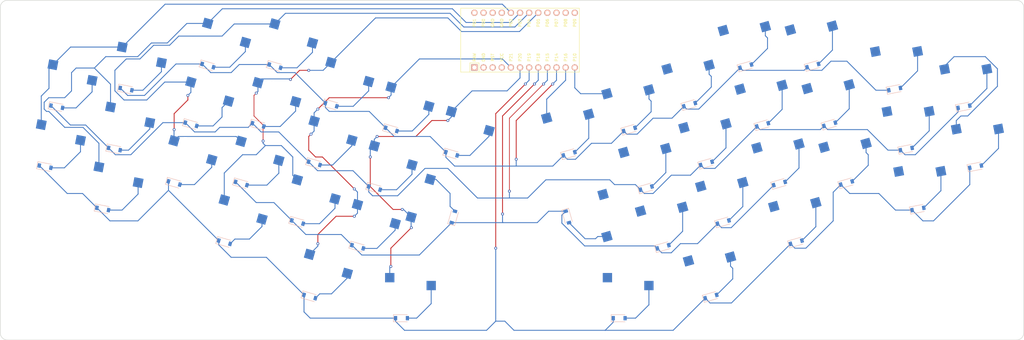
<source format=kicad_pcb>
(kicad_pcb (version 20211014) (generator pcbnew)
  (title_block (title "green60") (rev "v1.0.0") (company "Unknown"))
  (layers (0 "F.Cu" signal) (31 "B.Cu" signal) (34 "B.Paste" user) (35 "F.Paste" user) (36 "B.SilkS" user "B.Silkscreen") (37 "F.SilkS" user "F.Silkscreen") (38 "B.Mask" user) (39 "F.Mask" user) (44 "Edge.Cuts" user))
  (net 0 "")
  (net 1 "P2")
  (net 2 "P19")
  (net 3 "S1_D")
  (net 4 "P15")
  (net 5 "S2_D")
  (net 6 "P3")
  (net 7 "S3_D")
  (net 8 "S4_D")
  (net 9 "P14")
  (net 10 "S5_D")
  (net 11 "P4")
  (net 12 "S6_D")
  (net 13 "S7_D")
  (net 14 "S8_D")
  (net 15 "P5")
  (net 16 "S9_D")
  (net 17 "P18")
  (net 18 "S10_D")
  (net 19 "S11_D")
  (net 20 "S12_D")
  (net 21 "S13_D")
  (net 22 "P21")
  (net 23 "S14_D")
  (net 24 "S15_D")
  (net 25 "S16_D")
  (net 26 "P20")
  (net 27 "S17_D")
  (net 28 "S18_D")
  (net 29 "S19_D")
  (net 30 "S20_D")
  (net 31 "S21_D")
  (net 32 "S22_D")
  (net 33 "P10")
  (net 34 "S23_D")
  (net 35 "S24_D")
  (net 36 "P8")
  (net 37 "S25_D")
  (net 38 "S26_D")
  (net 39 "P9")
  (net 40 "S27_D")
  (net 41 "P7")
  (net 42 "S28_D")
  (net 43 "S29_D")
  (net 44 "S30_D")
  (net 45 "P6")
  (net 46 "S31_D")
  (net 47 "S32_D")
  (net 48 "S33_D")
  (net 49 "S34_D")
  (net 50 "S35_D")
  (net 51 "S36_D")
  (net 52 "S37_D")
  (net 53 "S38_D")
  (net 54 "P16")
  (net 55 "S39_D")
  (net 56 "S40_D")
  (net 57 "S41_D")
  (net 58 "S42_D")
  (net 59 "S43_D")
  (net 60 "S44_D")
  (net 61 "RAW")
  (net 62 "GND")
  (net 63 "RST")
  (net 64 "VCC")
  (net 65 "P1")
  (net 66 "P0")
  (footprint "PG1350" (layer "F.Cu") (at 55.073033 4.802668 -16)
    (fp_text reference "S10" hide)
    (fp_text value "" hide)
  )
  (footprint "PG1350" (layer "F.Cu") (at 215.986908 -11.693945 16)
    (fp_text reference "S29" hide)
    (fp_text value "" hide)
  )
  (footprint "PG1350" (layer "F.Cu") (at 241.017466 11.778393 11)
    (fp_text reference "S25" hide)
    (fp_text value "" hide)
  )
  (footprint "PG1350" (layer "F.Cu") (at 16.047413 11.778393 -11)
    (fp_text reference "S3" hide)
    (fp_text value "" hide)
  )
  (footprint "PG1350" (layer "F.Cu") (at 182.928714 36.276419 16)
    (fp_text reference "S43" hide)
    (fp_text value "" hide)
  )
  (footprint "ProMicro" (layer "F.Cu") (at 132.5 -30)
    (fp_text reference "MCU1" hide)
    (fp_text value "" hide)
  )
  (footprint "PG1350" (layer "F.Cu") (at 181.657124 -0.809738 16)
    (fp_text reference "S36" hide)
    (fp_text value "" hide)
  )
  (footprint "PG1350" (layer "F.Cu") (at 176.971289 -17.151187 16)
    (fp_text reference "S37" hide)
    (fp_text value "" hide)
  )
  (footprint "PG1350" (layer "F.Cu") (at 197.306011 -11.538781 16)
    (fp_text reference "S33" hide)
    (fp_text value "" hide)
  )
  (footprint "PG1350" (layer "F.Cu") (at 41.077971 -11.693945 -16)
    (fp_text reference "S7" hide)
    (fp_text value "" hide)
  )
  (footprint "PG1350" (layer "F.Cu") (at 70.72192 15.531711 -16)
    (fp_text reference "S13" hide)
    (fp_text value "" hide)
  )
  (footprint "PG1350" (layer "F.Cu") (at 50.387198 21.144117 -16)
    (fp_text reference "S9" hide)
    (fp_text value "" hide)
  )
  (footprint "PG1350" (layer "F.Cu") (at 92.15919 6.074258 -16)
    (fp_text reference "S17" hide)
    (fp_text value "" hide)
  )
  (footprint "PG1350" (layer "F.Cu") (at 0 0 -11)
    (fp_text reference "S1" hide)
    (fp_text value "" hide)
  )
  (footprint "PG1350" (layer "F.Cu") (at 143.440854 -3.479321 16)
    (fp_text reference "S42" hide)
    (fp_text value "" hide)
  )
  (footprint "PG1350" (layer "F.Cu") (at 211.301073 -28.035393 16)
    (fp_text reference "S30" hide)
    (fp_text value "" hide)
  )
  (footprint "PG1350" (layer "F.Cu") (at 98.223738 42.086036)
    (fp_text reference "S22" hide)
    (fp_text value "" hide)
  )
  (footprint "PG1350" (layer "F.Cu") (at 234.52996 -21.596931 11)
    (fp_text reference "S27" hide)
    (fp_text value "" hide)
  )
  (footprint "PG1350" (layer "F.Cu") (at 257.064879 0 11)
    (fp_text reference "S23" hide)
    (fp_text value "" hide)
  )
  (footprint "PG1350" (layer "F.Cu") (at 158.841141 42.086036)
    (fp_text reference "S44" hide)
    (fp_text value "" hide)
  )
  (footprint "PG1350" (layer "F.Cu") (at 237.773713 -4.909269 11)
    (fp_text reference "S26" hide)
    (fp_text value "" hide)
  )
  (footprint "PG1350" (layer "F.Cu") (at 149.53244 17.764562 -74)
    (fp_text reference "S41" hide)
    (fp_text value "" hide)
  )
  (footprint "PG1350" (layer "F.Cu") (at 253.821126 -16.687662 11)
    (fp_text reference "S24" hide)
    (fp_text value "" hide)
  )
  (footprint "PG1350" (layer "F.Cu") (at 107.53244 17.764562 74)
    (fp_text reference "S19" hide)
    (fp_text value "" hide)
  )
  (footprint "PG1350" (layer "F.Cu") (at 164.905689 6.074258 16)
    (fp_text reference "S39" hide)
    (fp_text value "" hide)
  )
  (footprint "PG1350" (layer "F.Cu") (at 206.677681 21.144117 16)
    (fp_text reference "S31" hide)
    (fp_text value "" hide)
  )
  (footprint "PG1350" (layer "F.Cu") (at 74.136165 36.276419 -16)
    (fp_text reference "S21" hide)
    (fp_text value "" hide)
  )
  (footprint "PG1350" (layer "F.Cu") (at 87.473355 22.415707 -16)
    (fp_text reference "S16" hide)
    (fp_text value "" hide)
  )
  (footprint "PG1350" (layer "F.Cu") (at 113.624025 -3.479321 -16)
    (fp_text reference "S20" hide)
    (fp_text value "" hide)
  )
  (footprint "PG1350" (layer "F.Cu") (at 201.991846 4.802668 16)
    (fp_text reference "S32" hide)
    (fp_text value "" hide)
  )
  (footprint "PG1350" (layer "F.Cu") (at 59.758868 -11.538781 -16)
    (fp_text reference "S11" hide)
    (fp_text value "" hide)
  )
  (footprint "PG1350" (layer "F.Cu") (at 75.407755 -0.809738 -16)
    (fp_text reference "S14" hide)
    (fp_text value "" hide)
  )
  (footprint "PG1350" (layer "F.Cu") (at 96.845026 -10.267191 -16)
    (fp_text reference "S18" hide)
    (fp_text value "" hide)
  )
  (footprint "PG1350" (layer "F.Cu") (at 192.620176 -27.880229 16)
    (fp_text reference "S34" hide)
    (fp_text value "" hide)
  )
  (footprint "PG1350" (layer "F.Cu") (at 160.219854 -10.267191 16)
    (fp_text reference "S40" hide)
    (fp_text value "" hide)
  )
  (footprint "PG1350" (layer "F.Cu") (at 169.591524 22.415707 16)
    (fp_text reference "S38" hide)
    (fp_text value "" hide)
  )
  (footprint "PG1350" (layer "F.Cu") (at 80.09359 -17.151187 -16)
    (fp_text reference "S15" hide)
    (fp_text value "" hide)
  )
  (footprint "PG1350" (layer "F.Cu") (at 22.534919 -21.596931 -11)
    (fp_text reference "S5" hide)
    (fp_text value "" hide)
  )
  (footprint "PG1350" (layer "F.Cu") (at 186.342959 15.531711 16)
    (fp_text reference "S35" hide)
    (fp_text value "" hide)
  )
  (footprint "PG1350" (layer "F.Cu") (at 36.392136 4.647504 -16)
    (fp_text reference "S6" hide)
    (fp_text value "" hide)
  )
  (footprint "PG1350" (layer "F.Cu") (at 45.763806 -28.035393 -16)
    (fp_text reference "S8" hide)
    (fp_text value "" hide)
  )
  (footprint "PG1350" (layer "F.Cu") (at 64.444703 -27.880229 -16)
    (fp_text reference "S12" hide)
    (fp_text value "" hide)
  )
  (footprint "PG1350" (layer "F.Cu") (at 19.291166 -4.909269 -11)
    (fp_text reference "S4" hide)
    (fp_text value "" hide)
  )
  (footprint "PG1350" (layer "F.Cu") (at 3.243753 -16.687662 -11)
    (fp_text reference "S2" hide)
    (fp_text value "" hide)
  )
  (footprint "PG1350" (layer "F.Cu") (at 220.672743 4.647504 16)
    (fp_text reference "S28" hide)
    (fp_text value "" hide)
  )
  (gr_line (start -11.5 53.5) (end 269.5 53.5) (layer "Edge.Cuts") (width 0.15))
  (gr_line (start -13.5 -39.1) (end -13.5 51.5) (layer "Edge.Cuts") (width 0.15))
  (gr_arc (start -11.5 53.5) (mid -12.914214 52.914214) (end -13.5 51.5) (layer "Edge.Cuts") (width 0.15))
  (gr_arc (start -13.5 -39.1) (mid -12.914214 -40.514214) (end -11.5 -41.1) (layer "Edge.Cuts") (width 0.15))
  (gr_line (start 269.5 -41.1) (end -11.5 -41.1) (layer "Edge.Cuts") (width 0.15))
  (gr_line (start 271.5 51.5) (end 271.5 -39.1) (layer "Edge.Cuts") (width 0.15))
  (gr_arc (start 271.5 51.5) (mid 270.914214 52.914214) (end 269.5 53.5) (layer "Edge.Cuts") (width 0.15))
  (gr_arc (start 269.5 -41.1) (mid 270.914214 -40.514214) (end 271.5 -39.1) (layer "Edge.Cuts") (width 0.15))
  (segment (start 0.06176 -22.050766) (end 0.06176 -16.57176) (width 0.25) (layer "B.Cu") (net 1))
  (segment (start 6.073506 -28.062512) (end 20.455403 -28.062512) (width 0.25) (layer "B.Cu") (net 1))
  (segment (start 126.305 -40.005) (end 128.69 -37.62) (width 0.25) (layer "B.Cu") (net 1))
  (segment (start 20.455403 -28.062512) (end 32.397891 -40.005) (width 0.25) (layer "B.Cu") (net 1))
  (segment (start -2.079516 -14.430484) (end -2.079516 -6.465581) (width 0.25) (layer "B.Cu") (net 1))
  (segment (start 1.164237 -23.153243) (end 0.06176 -22.050766) (width 0.25) (layer "B.Cu") (net 1))
  (segment (start 1.164237 -23.153243) (end 6.073506 -28.062512) (width 0.25) (layer "B.Cu") (net 1))
  (segment (start 0.06176 -16.57176) (end -2.079516 -14.430484) (width 0.25) (layer "B.Cu") (net 1))
  (segment (start 32.397891 -40.005) (end 126.305 -40.005) (width 0.25) (layer "B.Cu") (net 1))
  (segment (start 132.715 -17.78) (end 124.46 -9.525) (width 0.25) (layer "F.Cu") (net 2))
  (segment (start 124.46 -9.525) (end 124.46 27.94) (width 0.25) (layer "F.Cu") (net 2))
  (via (at 124.46 27.94) (size 0.8) (drill 0.4) (layers "F.Cu" "B.Cu") (net 2))
  (via (at 132.715 -17.78) (size 0.8) (drill 0.4) (layers "F.Cu" "B.Cu") (net 2))
  (segment (start 206.561849 26.726289) (end 207.77556 27.94) (width 0.25) (layer "B.Cu") (net 2))
  (segment (start 24.837428 20.32) (end 17.030395 20.32) (width 0.25) (layer "B.Cu") (net 2))
  (segment (start 133.77 -22.38) (end 133.77 -18.835) (width 0.25) (layer "B.Cu") (net 2))
  (segment (start 5.141375 12.7) (end -2.63746 4.921165) (width 0.25) (layer "B.Cu") (net 2))
  (segment (start 243.406329 20.32) (end 246.38 20.32) (width 0.25) (layer "B.Cu") (net 2))
  (segment (start 207.77556 27.94) (end 210.82 27.94) (width 0.25) (layer "B.Cu") (net 2))
  (segment (start 157.191141 48.548859) (end 157.191141 47.420036) (width 0.25) (layer "B.Cu") (net 2))
  (segment (start 99.06 50.8) (end 121.92 50.8) (width 0.25) (layer "B.Cu") (net 2))
  (segment (start 184.134291 43.18) (end 190.108138 43.18) (width 0.25) (layer "B.Cu") (net 2))
  (segment (start 190.108138 43.18) (end 206.561849 26.726289) (width 0.25) (layer "B.Cu") (net 2))
  (segment (start 129.54 50.8) (end 154.94 50.8) (width 0.25) (layer "B.Cu") (net 2))
  (segment (start 60.610847 30.48) (end 50.8 30.48) (width 0.25) (layer "B.Cu") (net 2))
  (segment (start 121.92 50.8) (end 124.46 48.26) (width 0.25) (layer "B.Cu") (net 2))
  (segment (start 71.079834 45.679834) (end 71.079834 40.948987) (width 0.25) (layer "B.Cu") (net 2))
  (segment (start 173.871473 50.8) (end 182.812882 41.858591) (width 0.25) (layer "B.Cu") (net 2))
  (segment (start 71.079834 40.948987) (end 60.610847 30.48) (width 0.25) (layer "B.Cu") (net 2))
  (segment (start 246.38 20.32) (end 256.462969 10.237031) (width 0.25) (layer "B.Cu") (net 2))
  (segment (start 218.44 20.32) (end 218.44 12.346587) (width 0.25) (layer "B.Cu") (net 2))
  (segment (start 96.573738 47.420036) (end 96.573738 48.313738) (width 0.25) (layer "B.Cu") (net 2))
  (segment (start 50.8 30.48) (end 47.330867 27.010867) (width 0.25) (layer "B.Cu") (net 2))
  (segment (start 223.027235 12.7) (end 231.14 12.7) (width 0.25) (layer "B.Cu") (net 2))
  (segment (start 72.820036 47.420036) (end 71.079834 45.679834) (width 0.25) (layer "B.Cu") (net 2))
  (segment (start 154.94 50.8) (end 173.871473 50.8) (width 0.25) (layer "B.Cu") (net 2))
  (segment (start 33.335805 11.821623) (end 24.837428 20.32) (width 0.25) (layer "B.Cu") (net 2))
  (segment (start 33.335805 11.821623) (end 33.335805 9.320072) (width 0.25) (layer "B.Cu") (net 2))
  (segment (start 240.415556 17.329227) (end 243.406329 20.32) (width 0.25) (layer "B.Cu") (net 2))
  (segment (start 13.409953 16.699558) (end 9.410395 12.7) (width 0.25) (layer "B.Cu") (net 2))
  (segment (start 17.030395 20.32) (end 13.409953 16.699558) (width 0.25) (layer "B.Cu") (net 2))
  (segment (start 47.330867 27.010867) (end 47.330867 25.816685) (width 0.25) (layer "B.Cu") (net 2))
  (segment (start 124.46 48.26) (end 127 48.26) (width 0.25) (layer "B.Cu") (net 2))
  (segment (start 231.14 12.7) (end 235.769227 17.329227) (width 0.25) (layer "B.Cu") (net 2))
  (segment (start 235.769227 17.329227) (end 240.415556 17.329227) (width 0.25) (layer "B.Cu") (net 2))
  (segment (start 47.330867 25.816685) (end 33.335805 11.821623) (width 0.25) (layer "B.Cu") (net 2))
  (segment (start 9.410395 12.7) (end 5.141375 12.7) (width 0.25) (layer "B.Cu") (net 2))
  (segment (start 96.573738 47.420036) (end 72.820036 47.420036) (width 0.25) (layer "B.Cu") (net 2))
  (segment (start 182.812882 41.858591) (end 184.134291 43.18) (width 0.25) (layer "B.Cu") (net 2))
  (segment (start 124.46 27.94) (end 124.46 48.26) (width 0.25) (layer "B.Cu") (net 2))
  (segment (start 96.573738 48.313738) (end 99.06 50.8) (width 0.25) (layer "B.Cu") (net 2))
  (segment (start 133.77 -18.835) (end 132.715 -17.78) (width 0.25) (layer "B.Cu") (net 2))
  (segment (start 127 48.26) (end 129.54 50.8) (width 0.25) (layer "B.Cu") (net 2))
  (segment (start 220.556911 10.229676) (end 223.027235 12.7) (width 0.25) (layer "B.Cu") (net 2))
  (segment (start 218.44 12.346587) (end 220.556911 10.229676) (width 0.25) (layer "B.Cu") (net 2))
  (segment (start 256.462969 10.237031) (end 256.462969 5.550834) (width 0.25) (layer "B.Cu") (net 2))
  (segment (start 210.82 27.94) (end 218.44 20.32) (width 0.25) (layer "B.Cu") (net 2))
  (segment (start 154.94 50.8) (end 157.191141 48.548859) (width 0.25) (layer "B.Cu") (net 2))
  (segment (start 8.838499 1.077271) (end 4.364936 5.550834) (width 0.25) (layer "B.Cu") (net 3))
  (segment (start 4.364936 5.550834) (end 0.60191 5.550834) (width 0.25) (layer "B.Cu") (net 3))
  (segment (start 8.838499 -2.102158) (end 8.838499 1.077271) (width 0.25) (layer "B.Cu") (net 3))
  (segment (start 128.27 -8.255) (end 128.27 12.065) (width 0.2) (layer "F.Cu") (net 4))
  (segment (start 137.795 -17.78) (end 128.27 -8.255) (width 0.2) (layer "F.Cu") (net 4))
  (via (at 137.795 -17.78) (size 0.8) (drill 0.4) (layers "F.Cu" "B.Cu") (net 4))
  (via (at 128.27 12.065) (size 0.8) (drill 0.4) (layers "F.Cu" "B.Cu") (net 4))
  (segment (start 22.86 1.905) (end 31.786377 -7.021377) (width 0.25) (layer "B.Cu") (net 4))
  (segment (start 128.27 13.97) (end 119.38 13.97) (width 0.25) (layer "B.Cu") (net 4))
  (segment (start 59.12375 -4.445) (end 64.043594 -4.445) (width 0.25) (layer "B.Cu") (net 4))
  (segment (start 197.190179 -5.956609) (end 185.51857 5.715) (width 0.25) (layer "B.Cu") (net 4))
  (segment (start 6.02279 -6.35) (end 10.29181 -6.35) (width 0.25) (layer "B.Cu") (net 4))
  (segment (start 216.902849 -5.08) (end 215.871076 -6.111773) (width 0.25) (layer "B.Cu") (net 4))
  (segment (start 227.965 -5.08) (end 216.902849 -5.08) (width 0.25) (layer "B.Cu") (net 4))
  (segment (start 46.355 -4.445) (end 47.625 -5.715) (width 0.25) (layer "B.Cu") (net 4))
  (segment (start 233.686565 0.641565) (end 227.965 -5.08) (width 0.25) (layer "B.Cu") (net 4))
  (segment (start 64.043594 -4.445) (end 72.351424 3.86283) (width 0.25) (layer "B.Cu") (net 4))
  (segment (start 90.17 13.335) (end 89.102859 12.267859) (width 0.25) (layer "B.Cu") (net 4))
  (segment (start 163.36958 10.236153) (end 157.556153 10.236153) (width 0.25) (layer "B.Cu") (net 4))
  (segment (start 133.35 13.97) (end 128.27 13.97) (width 0.25) (layer "B.Cu") (net 4))
  (segment (start 164.789857 11.65643) (end 163.36958 10.236153) (width 0.25) (layer "B.Cu") (net 4))
  (segment (start 165.833427 12.7) (end 168.275 12.7) (width 0.25) (layer "B.Cu") (net 4))
  (segment (start 74.838594 6.35) (end 84.706033 6.35) (width 0.25) (layer "B.Cu") (net 4))
  (segment (start 119.38 13.97) (end 111.125 5.715) (width 0.25) (layer "B.Cu") (net 4))
  (segment (start 47.625 -5.715) (end 55.551324 -5.715) (width 0.25) (layer "B.Cu") (net 4))
  (segment (start 56.702537 -6.866213) (end 59.12375 -4.445) (width 0.25) (layer "B.Cu") (net 4))
  (segment (start 0.606293 -11.766497) (end 6.02279 -6.35) (width 0.25) (layer "B.Cu") (net 4))
  (segment (start 97.155 13.335) (end 90.17 13.335) (width 0.25) (layer "B.Cu") (net 4))
  (segment (start 40.598017 -4.445) (end 46.355 -4.445) (width 0.25) (layer "B.Cu") (net 4))
  (segment (start 238.435238 1.905) (end 237.171803 0.641565) (width 0.25) (layer "B.Cu") (net 4))
  (segment (start 89.102859 12.267859) (end 89.102859 10.746826) (width 0.25) (layer "B.Cu") (net 4))
  (segment (start 55.551324 -5.715) (end 56.702537 -6.866213) (width 0.25) (layer "B.Cu") (net 4))
  (segment (start 164.789857 11.65643) (end 165.833427 12.7) (width 0.25) (layer "B.Cu") (net 4))
  (segment (start 157.556153 10.236153) (end 156.21 8.89) (width 0.25) (layer "B.Cu") (net 4))
  (segment (start 214.839303 -5.08) (end 215.871076 -6.111773) (width 0.25) (layer "B.Cu") (net 4))
  (segment (start 84.706033 6.35) (end 89.102859 10.746826) (width 0.25) (layer "B.Cu") (net 4))
  (segment (start 253.219216 -11.136828) (end 253.219216 -10.014216) (width 0.25) (layer "B.Cu") (net 4))
  (segment (start 138.43 8.89) (end 133.35 13.97) (width 0.25) (layer "B.Cu") (net 4))
  (segment (start 31.786377 -7.021377) (end 38.02164 -7.021377) (width 0.25) (layer "B.Cu") (net 4))
  (segment (start 241.3 1.905) (end 238.435238 1.905) (width 0.25) (layer "B.Cu") (net 4))
  (segment (start 16.653706 0.011896) (end 18.54681 1.905) (width 0.25) (layer "B.Cu") (net 4))
  (segment (start 168.275 12.7) (end 173.355 7.62) (width 0.25) (layer "B.Cu") (net 4))
  (segment (start 237.171803 0.641565) (end 233.686565 0.641565) (width 0.25) (layer "B.Cu") (net 4))
  (segment (start 38.02164 -7.021377) (end 40.598017 -4.445) (width 0.25) (layer "B.Cu") (net 4))
  (segment (start 111.125 5.715) (end 104.775 5.715) (width 0.25) (layer "B.Cu") (net 4))
  (segment (start 10.29181 -6.35) (end 16.653706 0.011896) (width 0.25) (layer "B.Cu") (net 4))
  (segment (start 128.27 12.065) (end 128.27 13.97) (width 0.25) (layer "B.Cu") (net 4))
  (segment (start 156.21 8.89) (end 138.43 8.89) (width 0.25) (layer "B.Cu") (net 4))
  (segment (start 72.351424 3.86283) (end 74.838594 6.35) (width 0.25) (layer "B.Cu") (net 4))
  (segment (start 185.51857 5.715) (end 182.483858 5.715) (width 0.25) (layer "B.Cu") (net 4))
  (segment (start 197.190179 -5.956609) (end 198.066788 -5.08) (width 0.25) (layer "B.Cu") (net 4))
  (segment (start 138.85 -18.835) (end 138.85 -22.38) (width 0.25) (layer "B.Cu") (net 4))
  (segment (start 137.795 -17.78) (end 138.85 -18.835) (width 0.25) (layer "B.Cu") (net 4))
  (segment (start 178.693726 7.62) (end 181.541292 4.772434) (width 0.25) (layer "B.Cu") (net 4))
  (segment (start 104.775 5.715) (end 97.155 13.335) (width 0.25) (layer "B.Cu") (net 4))
  (segment (start 182.483858 5.715) (end 181.541292 4.772434) (width 0.25) (layer "B.Cu") (net 4))
  (segment (start 18.54681 1.905) (end 22.86 1.905) (width 0.25) (layer "B.Cu") (net 4))
  (segment (start 173.355 7.62) (end 178.693726 7.62) (width 0.25) (layer "B.Cu") (net 4))
  (segment (start 198.066788 -5.08) (end 214.839303 -5.08) (width 0.25) (layer "B.Cu") (net 4))
  (segment (start 253.219216 -10.014216) (end 241.3 1.905) (width 0.25) (layer "B.Cu") (net 4))
  (segment (start 12.082252 -15.610391) (end 12.082252 -18.78982) (width 0.25) (layer "B.Cu") (net 5))
  (segment (start 7.608689 -11.136828) (end 12.082252 -15.610391) (width 0.25) (layer "B.Cu") (net 5))
  (segment (start 3.845663 -11.136828) (end 7.608689 -11.136828) (width 0.25) (layer "B.Cu") (net 5))
  (segment (start 7.62 -22.225) (end 12.7 -22.225) (width 0.25) (layer "B.Cu") (net 6))
  (segment (start 4.445 -5.715) (end 0 -10.16) (width 0.25) (layer "B.Cu") (net 6))
  (segment (start 48.333104 -38.735) (end 112.395 -38.735) (width 0.25) (layer "B.Cu") (net 6))
  (segment (start 6.35 -15.875) (end 6.35 -20.955) (width 0.25) (layer "B.Cu") (net 6))
  (segment (start 12.7 -22.225) (end 15.875 -25.4) (width 0.25) (layer "B.Cu") (net 6))
  (segment (start 112.395 -38.735) (end 116.205 -34.925) (width 0.25) (layer "B.Cu") (net 6))
  (segment (start 9.525 -5.715) (end 4.445 -5.715) (width 0.25) (layer "B.Cu") (net 6))
  (segment (start 0 -10.16) (end -0.635 -10.16) (width 0.25) (layer "B.Cu") (net 6))
  (segment (start 33.02 -29.21) (end 38.467612 -34.657612) (width 0.25) (layer "B.Cu") (net 6))
  (segment (start 17.21165 -17.71335) (end 17.21165 -11.37485) (width 0.25) (layer "B.Cu") (net 6))
  (segment (start 6.35 -20.955) (end 7.62 -22.225) (width 0.25) (layer "B.Cu") (net 6))
  (segment (start 13.967897 -1.272103) (end 9.525 -5.715) (width 0.25) (layer "B.Cu") (net 6))
  (segment (start 44.255716 -34.657612) (end 48.333104 -38.735) (width 0.25) (layer "B.Cu") (net 6))
  (segment (start -0.635 -10.16) (end -1.27 -10.795) (width 0.25) (layer "B.Cu") (net 6))
  (segment (start 13.967897 5.312812) (end 13.967897 -1.272103) (width 0.25) (layer "B.Cu") (net 6))
  (segment (start -1.27 -10.795) (end -1.27 -12.7) (width 0.25) (layer "B.Cu") (net 6))
  (segment (start 12.7 -22.225) (end 17.21165 -17.71335) (width 0.25) (layer "B.Cu") (net 6))
  (segment (start 0 -13.97) (end 4.445 -13.97) (width 0.25) (layer "B.Cu") (net 6))
  (segment (start 38.467612 -34.657612) (end 44.255716 -34.657612) (width 0.25) (layer "B.Cu") (net 6))
  (segment (start 28.575 -29.21) (end 33.02 -29.21) (width 0.25) (layer "B.Cu") (net 6))
  (segment (start 15.875 -25.4) (end 24.765 -25.4) (width 0.25) (layer "B.Cu") (net 6))
  (segment (start -1.27 -12.7) (end 0 -13.97) (width 0.25) (layer "B.Cu") (net 6))
  (segment (start 4.445 -13.97) (end 6.35 -15.875) (width 0.25) (layer "B.Cu") (net 6))
  (segment (start 128.535 -34.925) (end 131.23 -37.62) (width 0.25) (layer "B.Cu") (net 6))
  (segment (start 24.765 -25.4) (end 28.575 -29.21) (width 0.25) (layer "B.Cu") (net 6))
  (segment (start 116.205 -34.925) (end 128.535 -34.925) (width 0.25) (layer "B.Cu") (net 6))
  (segment (start 24.885912 9.676235) (end 24.885912 12.855664) (width 0.25) (layer "B.Cu") (net 7))
  (segment (start 20.412349 17.329227) (end 16.649323 17.329227) (width 0.25) (layer "B.Cu") (net 7))
  (segment (start 24.885912 12.855664) (end 20.412349 17.329227) (width 0.25) (layer "B.Cu") (net 7))
  (segment (start 22.218435 0.641565) (end 19.893076 0.641565) (width 0.25) (layer "B.Cu") (net 8))
  (segment (start 28.129665 -7.011427) (end 28.129665 -5.269665) (width 0.25) (layer "B.Cu") (net 8))
  (segment (start 28.129665 -5.269665) (end 22.218435 0.641565) (width 0.25) (layer "B.Cu") (net 8))
  (segment (start 130.175 3.175) (end 130.175 -7.62) (width 0.25) (layer "F.Cu") (net 9))
  (segment (start 130.175 -7.62) (end 140.335 -17.78) (width 0.25) (layer "F.Cu") (net 9))
  (via (at 130.175 3.175) (size 0.8) (drill 0.4) (layers "F.Cu" "B.Cu") (net 9))
  (via (at 140.335 -17.78) (size 0.8) (drill 0.4) (layers "F.Cu" "B.Cu") (net 9))
  (segment (start 140.347873 5.08) (end 143.325022 2.102851) (width 0.25) (layer "B.Cu") (net 9))
  (segment (start 78.105 -10.16) (end 89.223318 -10.16) (width 0.25) (layer "B.Cu") (net 9))
  (segment (start 156.689003 -1.27) (end 160.104022 -4.685019) (width 0.25) (layer "B.Cu") (net 9))
  (segment (start 110.567694 1.193247) (end 110.567694 2.617694) (width 0.25) (layer "B.Cu") (net 9))
  (segment (start 113.03 5.08) (end 130.175 5.08) (width 0.25) (layer "B.Cu") (net 9))
  (segment (start 21.968225 -14.605) (end 26.67 -14.605) (width 0.25) (layer "B.Cu") (net 9))
  (segment (start 181.001287 -10.795) (end 192.504344 -22.298057) (width 0.25) (layer "B.Cu") (net 9))
  (segment (start 89.223318 -10.16) (end 93.788695 -5.594623) (width 0.25) (layer "B.Cu") (net 9))
  (segment (start 26.67 -14.605) (end 35.427825 -23.362825) (width 0.25) (layer "B.Cu") (net 9))
  (segment (start 53.052661 -23.207661) (end 61.388372 -23.207661) (width 0.25) (layer "B.Cu") (net 9))
  (segment (start 130.175 5.08) (end 140.347873 5.08) (width 0.25) (layer "B.Cu") (net 9))
  (segment (start 160.979041 -3.81) (end 163.83 -3.81) (width 0.25) (layer "B.Cu") (net 9))
  (segment (start 96.208318 -3.175) (end 106.199447 -3.175) (width 0.25) (layer "B.Cu") (net 9))
  (segment (start 176.855457 -11.569015) (end 177.629472 -10.795) (width 0.25) (layer "B.Cu") (net 9))
  (segment (start 68.58 -20.935878) (end 77.037259 -12.478619) (width 0.25) (layer "B.Cu") (net 9))
  (segment (start 212.048462 -21.59) (end 215.265 -21.59) (width 0.25) (layer "B.Cu") (net 9))
  (segment (start 77.037259 -11.227741) (end 78.105 -10.16) (width 0.25) (layer "B.Cu") (net 9))
  (segment (start 230.333903 -16.046097) (end 233.92805 -16.046097) (width 0.25) (layer "B.Cu") (net 9))
  (segment (start 193.212401 -21.59) (end 210.32202 -21.59) (width 0.25) (layer "B.Cu") (net 9))
  (segment (start 141.39 -18.835) (end 140.335 -17.78) (width 0.25) (layer "B.Cu") (net 9))
  (segment (start 146.685 3.175) (end 151.13 -1.27) (width 0.25) (layer "B.Cu") (net 9))
  (segment (start 143.325022 2.102851) (end 144.397171 3.175) (width 0.25) (layer "B.Cu") (net 9))
  (segment (start 93.788695 -5.594623) (end 96.208318 -3.175) (width 0.25) (layer "B.Cu") (net 9))
  (segment (start 77.037259 -12.478619) (end 77.037259 -11.227741) (width 0.25) (layer "B.Cu") (net 9))
  (segment (start 163.83 -3.81) (end 168.275 -8.255) (width 0.25) (layer "B.Cu") (net 9))
  (segment (start 177.629472 -10.795) (end 181.001287 -10.795) (width 0.25) (layer "B.Cu") (net 9))
  (segment (start 141.39 -22.38) (end 141.39 -18.835) (width 0.25) (layer "B.Cu") (net 9))
  (segment (start 35.427825 -23.362825) (end 42.707475 -23.362825) (width 0.25) (layer "B.Cu") (net 9))
  (segment (start 42.707475 -23.362825) (end 45.085 -20.9853) (width 0.25) (layer "B.Cu") (net 9))
  (segment (start 45.085 -20.9853) (end 45.085 -20.955) (width 0.25) (layer "B.Cu") (net 9))
  (segment (start 110.567694 2.617694) (end 113.03 5.08) (width 0.25) (layer "B.Cu") (net 9))
  (segment (start 45.085 -20.955) (end 50.8 -20.955) (width 0.25) (layer "B.Cu") (net 9))
  (segment (start 160.104022 -4.685019) (end 160.979041 -3.81) (width 0.25) (layer "B.Cu") (net 9))
  (segment (start 222.25 -24.13) (end 230.333903 -16.046097) (width 0.25) (layer "B.Cu") (net 9))
  (segment (start 130.175 3.175) (end 130.175 5.08) (width 0.25) (layer "B.Cu") (net 9))
  (segment (start 68.58 -20.955) (end 68.58 -20.935878) (width 0.25) (layer "B.Cu") (net 9))
  (segment (start 50.8 -20.955) (end 53.052661 -23.207661) (width 0.25) (layer "B.Cu") (net 9))
  (segment (start 106.199447 -3.175) (end 110.567694 1.193247) (width 0.25) (layer "B.Cu") (net 9))
  (segment (start 61.388372 -23.207661) (end 63.641033 -20.955) (width 0.25) (layer "B.Cu") (net 9))
  (segment (start 144.397171 3.175) (end 146.685 3.175) (width 0.25) (layer "B.Cu") (net 9))
  (segment (start 215.265 -21.59) (end 217.805 -24.13) (width 0.25) (layer "B.Cu") (net 9))
  (segment (start 168.275 -8.255) (end 173.541442 -8.255) (width 0.25) (layer "B.Cu") (net 9))
  (segment (start 210.32202 -21.59) (end 211.185241 -22.453221) (width 0.25) (layer "B.Cu") (net 9))
  (segment (start 63.641033 -20.955) (end 68.58 -20.955) (width 0.25) (layer "B.Cu") (net 9))
  (segment (start 151.13 -1.27) (end 156.689003 -1.27) (width 0.25) (layer "B.Cu") (net 9))
  (segment (start 211.185241 -22.453221) (end 212.048462 -21.59) (width 0.25) (layer "B.Cu") (net 9))
  (segment (start 192.504344 -22.298057) (end 193.212401 -21.59) (width 0.25) (layer "B.Cu") (net 9))
  (segment (start 173.541442 -8.255) (end 176.855457 -11.569015) (width 0.25) (layer "B.Cu") (net 9))
  (segment (start 19.897459 -16.675766) (end 21.968225 -14.605) (width 0.25) (layer "B.Cu") (net 9))
  (segment (start 217.805 -24.13) (end 222.25 -24.13) (width 0.25) (layer "B.Cu") (net 9))
  (segment (start 31.373418 -23.699089) (end 31.373418 -21.213418) (width 0.25) (layer "B.Cu") (net 10))
  (segment (start 31.373418 -21.213418) (end 26.206097 -16.046097) (width 0.25) (layer "B.Cu") (net 10))
  (segment (start 26.206097 -16.046097) (end 23.136829 -16.046097) (width 0.25) (layer "B.Cu") (net 10))
  (segment (start 38.735 -13.335) (end 34.925 -9.525) (width 0.25) (layer "F.Cu") (net 11))
  (segment (start 38.735 -14.605) (end 38.735 -13.335) (width 0.25) (layer "F.Cu") (net 11))
  (segment (start 34.925 -9.525) (end 34.925 -5.08) (width 0.25) (layer "F.Cu") (net 11))
  (via (at 34.925 -5.08) (size 0.8) (drill 0.4) (layers "F.Cu" "B.Cu") (net 11))
  (via (at 38.735 -14.605) (size 0.8) (drill 0.4) (layers "F.Cu" "B.Cu") (net 11))
  (segment (start 18.415 -15.875) (end 18.415 -21.59) (width 0.25) (layer "B.Cu") (net 11))
  (segment (start 38.735 -14.605) (end 39.569881 -15.439881) (width 0.25) (layer "B.Cu") (net 11))
  (segment (start 52.209494 -3.175) (end 36.084331 -3.175) (width 0.25) (layer "B.Cu") (net 11))
  (segment (start 111.76 -37.465) (end 115.57 -33.655) (width 0.25) (layer "B.Cu") (net 11))
  (segment (start 51.647448 -34.502448) (end 62.936613 -34.502448) (width 0.25) (layer "B.Cu") (net 11))
  (segment (start 65.899165 -37.465) (end 111.76 -37.465) (width 0.25) (layer "B.Cu") (net 11))
  (segment (start 25.4 -24.765) (end 29.21 -28.575) (width 0.25) (layer "B.Cu") (net 11))
  (segment (start 39.569881 -18.316164) (end 32.286164 -18.316164) (width 0.25) (layer "B.Cu") (net 11))
  (segment (start 21.59 -24.765) (end 25.4 -24.765) (width 0.25) (layer "B.Cu") (net 11))
  (segment (start 33.655 -28.575) (end 36.195 -31.115) (width 0.25) (layer "B.Cu") (net 11))
  (segment (start 36.084331 -3.175) (end 34.884046 -1.974715) (width 0.25) (layer "B.Cu") (net 11))
  (segment (start 39.569881 -15.439881) (end 39.569881 -18.316164) (width 0.25) (layer "B.Cu") (net 11))
  (segment (start 34.884046 -5.039046) (end 34.925 -5.08) (width 0.25) (layer "B.Cu") (net 11))
  (segment (start 53.564943 -1.819551) (end 52.209494 -3.175) (width 0.25) (layer "B.Cu") (net 11))
  (segment (start 32.286164 -18.316164) (end 27.305 -13.335) (width 0.25) (layer "B.Cu") (net 11))
  (segment (start 115.57 -33.655) (end 129.805 -33.655) (width 0.25) (layer "B.Cu") (net 11))
  (segment (start 27.305 -13.335) (end 20.955 -13.335) (width 0.25) (layer "B.Cu") (net 11))
  (segment (start 20.955 -13.335) (end 18.415 -15.875) (width 0.25) (layer "B.Cu") (net 11))
  (segment (start 129.805 -33.655) (end 133.77 -37.62) (width 0.25) (layer "B.Cu") (net 11))
  (segment (start 18.415 -21.59) (end 21.59 -24.765) (width 0.25) (layer "B.Cu") (net 11))
  (segment (start 29.21 -28.575) (end 33.655 -28.575) (width 0.25) (layer "B.Cu") (net 11))
  (segment (start 36.195 -31.115) (end 48.26 -31.115) (width 0.25) (layer "B.Cu") (net 11))
  (segment (start 34.884046 -1.974715) (end 34.884046 -5.039046) (width 0.25) (layer "B.Cu") (net 11))
  (segment (start 48.26 -31.115) (end 51.647448 -34.502448) (width 0.25) (layer "B.Cu") (net 11))
  (segment (start 62.936613 -34.502448) (end 65.899165 -37.465) (width 0.25) (layer "B.Cu") (net 11))
  (segment (start 40.570324 10.229676) (end 45.380217 5.419783) (width 0.25) (layer "B.Cu") (net 12))
  (segment (start 36.507968 10.229676) (end 40.570324 10.229676) (width 0.25) (layer "B.Cu") (net 12))
  (segment (start 45.380217 5.419783) (end 45.380217 3.323672) (width 0.25) (layer "B.Cu") (net 12))
  (segment (start 45.766114 -6.111773) (end 48.26 -8.605659) (width 0.25) (layer "B.Cu") (net 13))
  (segment (start 48.26 -8.605659) (end 48.26 -11.211725) (width 0.25) (layer "B.Cu") (net 13))
  (segment (start 41.193803 -6.111773) (end 45.766114 -6.111773) (width 0.25) (layer "B.Cu") (net 13))
  (segment (start 48.26 -11.211725) (end 50.066052 -13.017777) (width 0.25) (layer "B.Cu") (net 13))
  (segment (start 50.393221 -22.453221) (end 45.879638 -22.453221) (width 0.25) (layer "B.Cu") (net 14))
  (segment (start 54.751887 -29.359225) (end 54.751887 -26.811887) (width 0.25) (layer "B.Cu") (net 14))
  (segment (start 54.751887 -26.811887) (end 50.393221 -22.453221) (width 0.25) (layer "B.Cu") (net 14))
  (segment (start 67.31 -19.05) (end 69.85 -21.59) (width 0.25) (layer "F.Cu") (net 15))
  (segment (start 69.85 -21.59) (end 72.39 -21.59) (width 0.25) (layer "F.Cu") (net 15))
  (segment (start 59.69 -1.905) (end 59.69 -6.35) (width 0.2) (layer "F.Cu") (net 15))
  (segment (start 59.69 -6.35) (end 57.15 -8.89) (width 0.2) (layer "F.Cu") (net 15))
  (segment (start 57.15 -8.89) (end 57.15 -14.605) (width 0.2) (layer "F.Cu") (net 15))
  (segment (start 57.15 -14.605) (end 57.785 -15.24) (width 0.2) (layer "F.Cu") (net 15))
  (via (at 72.39 -21.59) (size 0.8) (drill 0.4) (layers "F.Cu" "B.Cu") (net 15))
  (via (at 57.785 -15.24) (size 0.8) (drill 0.4) (layers "F.Cu" "B.Cu") (net 15))
  (via (at 67.31 -19.05) (size 0.8) (drill 0.4) (layers "F.Cu" "B.Cu") (net 15))
  (via (at 59.69 -1.905) (size 0.8) (drill 0.4) (layers "F.Cu" "B.Cu") (net 15))
  (segment (start 60.325 -0.635) (end 59.69 -1.27) (width 0.25) (layer "B.Cu") (net 15))
  (segment (start 48.879108 7.000892) (end 53.975 1.905) (width 0.25) (layer "B.Cu") (net 15))
  (segment (start 64.77 -0.635) (end 67.945 2.54) (width 0.25) (layer "B.Cu") (net 15))
  (segment (start 76.402094 -21.59) (end 78.5855 -23.773406) (width 0.25) (layer "B.Cu") (net 15))
  (segment (start 72.39 -21.59) (end 76.402094 -21.59) (width 0.25) (layer "B.Cu") (net 15))
  (segment (start 59.301794 -19.212016) (end 67.147984 -19.212016) (width 0.25) (layer "B.Cu") (net 15))
  (segment (start 78.5855 -23.773406) (end 91.007094 -36.195) (width 0.25) (layer "B.Cu") (net 15))
  (segment (start 67.945 2.54) (end 67.945 7.640662) (width 0.25) (layer "B.Cu") (net 15))
  (segment (start 131.075 -32.385) (end 136.31 -37.62) (width 0.25) (layer "B.Cu") (net 15))
  (segment (start 48.879108 14.521898) (end 48.879108 7.000892) (width 0.25) (layer "B.Cu") (net 15))
  (segment (start 58.250778 -15.705778) (end 57.785 -15.24) (width 0.25) (layer "B.Cu") (net 15))
  (segment (start 67.147984 -19.212016) (end 67.31 -19.05) (width 0.25) (layer "B.Cu") (net 15))
  (segment (start 114.935 -32.385) (end 131.075 -32.385) (width 0.25) (layer "B.Cu") (net 15))
  (segment (start 58.250778 -18.161) (end 58.250778 -15.705778) (width 0.25) (layer "B.Cu") (net 15))
  (segment (start 59.69 -1.27) (end 59.69 -1.905) (width 0.25) (layer "B.Cu") (net 15))
  (segment (start 111.125 -36.195) (end 114.935 -32.385) (width 0.25) (layer "B.Cu") (net 15))
  (segment (start 57.785 1.905) (end 60.325 -0.635) (width 0.25) (layer "B.Cu") (net 15))
  (segment (start 60.325 -0.635) (end 64.77 -0.635) (width 0.25) (layer "B.Cu") (net 15))
  (segment (start 53.975 1.905) (end 57.785 1.905) (width 0.25) (layer "B.Cu") (net 15))
  (segment (start 58.250778 -18.161) (end 59.301794 -19.212016) (width 0.25) (layer "B.Cu") (net 15))
  (segment (start 91.007094 -36.195) (end 111.125 -36.195) (width 0.25) (layer "B.Cu") (net 15))
  (segment (start 67.945 7.640662) (end 69.21383 8.909492) (width 0.25) (layer "B.Cu") (net 15))
  (segment (start 59.375279 21.904721) (end 55.88 25.4) (width 0.25) (layer "B.Cu") (net 16))
  (segment (start 59.375279 19.820285) (end 59.375279 21.904721) (width 0.25) (layer "B.Cu") (net 16))
  (segment (start 55.88 25.4) (end 51.829319 25.4) (width 0.25) (layer "B.Cu") (net 16))
  (segment (start 51.829319 25.4) (end 50.50303 26.726289) (width 0.25) (layer "B.Cu") (net 16))
  (segment (start 126.365 -8.89) (end 135.255 -17.78) (width 0.25) (layer "F.Cu") (net 17))
  (segment (start 126.365 18.415) (end 126.365 -8.89) (width 0.25) (layer "F.Cu") (net 17))
  (via (at 126.365 18.415) (size 0.8) (drill 0.4) (layers "F.Cu" "B.Cu") (net 17))
  (via (at 135.255 -17.78) (size 0.8) (drill 0.4) (layers "F.Cu" "B.Cu") (net 17))
  (segment (start 169.475692 27.997879) (end 170.687813 29.21) (width 0.25) (layer "B.Cu") (net 17))
  (segment (start 126.365 18.415) (end 126.365 20.686786) (width 0.25) (layer "B.Cu") (net 17))
  (segment (start 126.365 20.686786) (end 126.499107 20.820893) (width 0.25) (layer "B.Cu") (net 17))
  (segment (start 170.687813 29.21) (end 173.355 29.21) (width 0.25) (layer "B.Cu") (net 17))
  (segment (start 126.499107 20.820893) (end 112.205008 20.820893) (width 0.25) (layer "B.Cu") (net 17))
  (segment (start 142.875 20.955) (end 149.225 27.305) (width 0.25) (layer "B.Cu") (net 17))
  (segment (start 136.31 -18.835) (end 135.255 -17.78) (width 0.25) (layer "B.Cu") (net 17))
  (segment (start 67.665589 20.204279) (end 71.59131 24.13) (width 0.25) (layer "B.Cu") (net 17))
  (segment (start 190.035854 22.225) (end 187.338244 22.225) (width 0.25) (layer "B.Cu") (net 17))
  (segment (start 142.875 18.723998) (end 142.875 20.955) (width 0.25) (layer "B.Cu") (net 17))
  (segment (start 57.781466 15.24) (end 62.70131 15.24) (width 0.25) (layer "B.Cu") (net 17))
  (segment (start 175.895 26.67) (end 180.67101 26.67) (width 0.25) (layer "B.Cu") (net 17))
  (segment (start 173.355 29.21) (end 175.895 26.67) (width 0.25) (layer "B.Cu") (net 17))
  (segment (start 71.59131 24.13) (end 81.458749 24.13) (width 0.25) (layer "B.Cu") (net 17))
  (segment (start 201.876014 10.38484) (end 190.035854 22.225) (width 0.25) (layer "B.Cu") (net 17))
  (segment (start 62.70131 15.24) (end 67.665589 20.204279) (width 0.25) (layer "B.Cu") (net 17))
  (segment (start 52.016702 9.475236) (end 57.781466 15.24) (width 0.25) (layer "B.Cu") (net 17))
  (segment (start 136.31 -22.38) (end 136.31 -18.835) (width 0.25) (layer "B.Cu") (net 17))
  (segment (start 143.950268 17.64873) (end 142.875 18.723998) (width 0.25) (layer "B.Cu") (net 17))
  (segment (start 81.458749 24.13) (end 84.417024 27.088275) (width 0.25) (layer "B.Cu") (net 17))
  (segment (start 168.782813 27.305) (end 169.475692 27.997879) (width 0.25) (layer "B.Cu") (net 17))
  (segment (start 180.67101 26.67) (end 186.227127 21.113883) (width 0.25) (layer "B.Cu") (net 17))
  (segment (start 103.180901 29.845) (end 87.173749 29.845) (width 0.25) (layer "B.Cu") (net 17))
  (segment (start 136.024107 20.820893) (end 126.499107 20.820893) (width 0.25) (layer "B.Cu") (net 17))
  (segment (start 87.173749 29.845) (end 84.417024 27.088275) (width 0.25) (layer "B.Cu") (net 17))
  (segment (start 143.950268 17.64873) (end 139.19627 17.64873) (width 0.25) (layer "B.Cu") (net 17))
  (segment (start 149.225 27.305) (end 168.782813 27.305) (width 0.25) (layer "B.Cu") (net 17))
  (segment (start 112.205008 20.820893) (end 103.180901 29.845) (width 0.25) (layer "B.Cu") (net 17))
  (segment (start 187.338244 22.225) (end 186.227127 21.113883) (width 0.25) (layer "B.Cu") (net 17))
  (segment (start 139.19627 17.64873) (end 136.024107 20.820893) (width 0.25) (layer "B.Cu") (net 17))
  (segment (start 55.188865 10.38484) (end 60.73516 10.38484) (width 0.25) (layer "B.Cu") (net 18))
  (segment (start 64.061114 7.058886) (end 64.061114 3.478836) (width 0.25) (layer "B.Cu") (net 18))
  (segment (start 60.73516 10.38484) (end 64.061114 7.058886) (width 0.25) (layer "B.Cu") (net 18))
  (segment (start 59.8747 -5.956609) (end 64.447011 -5.956609) (width 0.25) (layer "B.Cu") (net 19))
  (segment (start 64.447011 -5.956609) (end 68.746949 -10.256547) (width 0.25) (layer "B.Cu") (net 19))
  (segment (start 68.746949 -10.256547) (end 68.746949 -12.862613) (width 0.25) (layer "B.Cu") (net 19))
  (segment (start 69.132846 -22.298057) (end 73.432784 -26.597995) (width 0.25) (layer "B.Cu") (net 20))
  (segment (start 73.432784 -26.597995) (end 73.432784 -29.204061) (width 0.25) (layer "B.Cu") (net 20))
  (segment (start 64.560535 -22.298057) (end 69.132846 -22.298057) (width 0.25) (layer "B.Cu") (net 20))
  (segment (start 75.406117 21.113883) (end 79.710001 16.809999) (width 0.25) (layer "B.Cu") (net 21))
  (segment (start 70.837752 21.113883) (end 75.406117 21.113883) (width 0.25) (layer "B.Cu") (net 21))
  (segment (start 79.710001 16.809999) (end 79.710001 14.207879) (width 0.25) (layer "B.Cu") (net 21))
  (segment (start 85.09 19.05) (end 80.01 19.05) (width 0.25) (layer "F.Cu") (net 22))
  (segment (start 73.025 -3.81) (end 72.39 -3.175) (width 0.25) (layer "F.Cu") (net 22))
  (segment (start 94.615 -13.97) (end 78.105 -13.97) (width 0.25) (layer "F.Cu") (net 22))
  (segment (start 74.295 2.54) (end 76.2 2.54) (width 0.25) (layer "F.Cu") (net 22))
  (segment (start 78.105 -13.97) (end 74.93 -10.795) (width 0.25) (layer "F.Cu") (net 22))
  (segment (start 76.2 2.54) (end 85.09 11.43) (width 0.25) (layer "F.Cu") (net 22))
  (segment (start 72.39 0.635) (end 74.295 2.54) (width 0.25) (layer "F.Cu") (net 22))
  (segment (start 72.39 -3.175) (end 72.39 0.635) (width 0.25) (layer "F.Cu") (net 22))
  (segment (start 74.93 24.13) (end 74.93 26.67) (width 0.25) (layer "F.Cu") (net 22))
  (segment (start 80.01 19.05) (end 74.93 24.13) (width 0.25) (layer "F.Cu") (net 22))
  (via (at 74.93 26.67) (size 0.8) (drill 0.4) (layers "F.Cu" "B.Cu") (net 22))
  (via (at 85.09 19.05) (size 0.8) (drill 0.4) (layers "F.Cu" "B.Cu") (net 22))
  (via (at 73.025 -3.81) (size 0.8) (drill 0.4) (layers "F.Cu" "B.Cu") (net 22))
  (via (at 85.09 11.43) (size 0.8) (drill 0.4) (layers "F.Cu" "B.Cu") (net 22))
  (via (at 94.615 -13.97) (size 0.8) (drill 0.4) (layers "F.Cu" "B.Cu") (net 22))
  (via (at 74.93 -10.795) (size 0.8) (drill 0.4) (layers "F.Cu" "B.Cu") (net 22))
  (segment (start 95.336936 -16.88941) (end 103.212526 -24.765) (width 0.25) (layer "B.Cu") (net 22))
  (segment (start 72.628075 29.6542) (end 74.93 27.352275) (width 0.25) (layer "B.Cu") (net 22))
  (segment (start 73.899665 -9.764665) (end 74.93 -10.795) (width 0.25) (layer "B.Cu") (net 22))
  (segment (start 95.336936 -14.691936) (end 95.336936 -16.88941) (width 0.25) (layer "B.Cu") (net 22))
  (segment (start 85.965265 15.793488) (end 85.965265 12.305265) (width 0.25) (layer "B.Cu") (net 22))
  (segment (start 103.212526 -24.765) (end 126.305 -24.765) (width 0.25) (layer "B.Cu") (net 22))
  (segment (start 85.965265 18.174735) (end 85.965265 15.793488) (width 0.25) (layer "B.Cu") (net 22))
  (segment (start 73.025 -3.81) (end 73.899665 -4.684665) (width 0.25) (layer "B.Cu") (net 22))
  (segment (start 94.615 -13.97) (end 95.336936 -14.691936) (width 0.25) (layer "B.Cu") (net 22))
  (segment (start 126.305 -24.765) (end 128.69 -22.38) (width 0.25) (layer "B.Cu") (net 22))
  (segment (start 73.899665 -4.684665) (end 73.899665 -7.431957) (width 0.25) (layer "B.Cu") (net 22))
  (segment (start 85.965265 12.305265) (end 85.09 11.43) (width 0.25) (layer "B.Cu") (net 22))
  (segment (start 73.899665 -7.431957) (end 73.899665 -9.764665) (width 0.25) (layer "B.Cu") (net 22))
  (segment (start 85.09 19.05) (end 85.965265 18.174735) (width 0.25) (layer "B.Cu") (net 22))
  (segment (start 74.93 27.352275) (end 74.93 26.67) (width 0.25) (layer "B.Cu") (net 22))
  (segment (start 84.395836 -0.575836) (end 84.395836 -2.13357) (width 0.25) (layer "B.Cu") (net 23))
  (segment (start 79.047566 4.772434) (end 84.395836 -0.575836) (width 0.25) (layer "B.Cu") (net 23))
  (segment (start 75.523587 4.772434) (end 79.047566 4.772434) (width 0.25) (layer "B.Cu") (net 23))
  (segment (start 84.781733 -11.569015) (end 89.081671 -15.868953) (width 0.25) (layer "B.Cu") (net 24))
  (segment (start 80.209422 -11.569015) (end 84.781733 -11.569015) (width 0.25) (layer "B.Cu") (net 24))
  (segment (start 89.081671 -15.868953) (end 89.081671 -18.475019) (width 0.25) (layer "B.Cu") (net 24))
  (segment (start 91.382121 27.997879) (end 96.461436 22.918564) (width 0.25) (layer "B.Cu") (net 25))
  (segment (start 87.589187 27.997879) (end 91.382121 27.997879) (width 0.25) (layer "B.Cu") (net 25))
  (segment (start 96.461436 22.918564) (end 96.461436 21.091875) (width 0.25) (layer "B.Cu") (net 25))
  (segment (start 95.885 17.145) (end 89.535 10.795) (width 0.25) (layer "F.Cu") (net 26))
  (segment (start 102.235 -3.175) (end 106.68 -7.62) (width 0.25) (layer "F.Cu") (net 26))
  (segment (start 95.25 27.94) (end 100.965 22.225) (width 0.25) (layer "F.Cu") (net 26))
  (segment (start 91.44 -3.175) (end 102.235 -3.175) (width 0.25) (layer "F.Cu") (net 26))
  (segment (start 95.25 33.02) (end 95.25 27.94) (width 0.25) (layer "F.Cu") (net 26))
  (segment (start 98.425 17.145) (end 95.885 17.145) (width 0.25) (layer "F.Cu") (net 26))
  (segment (start 89.535 10.795) (end 89.535 2.54) (width 0.25) (layer "F.Cu") (net 26))
  (segment (start 106.68 -7.62) (end 111.125 -7.62) (width 0.25) (layer "F.Cu") (net 26))
  (via (at 111.125 -7.62) (size 0.8) (drill 0.4) (layers "F.Cu" "B.Cu") (net 26))
  (via (at 98.425 17.145) (size 0.8) (drill 0.4) (layers "F.Cu" "B.Cu") (net 26))
  (via (at 91.44 -3.175) (size 0.8) (drill 0.4) (layers "F.Cu" "B.Cu") (net 26))
  (via (at 89.535 2.54) (size 0.8) (drill 0.4) (layers "F.Cu" "B.Cu") (net 26))
  (via (at 100.965 22.225) (size 0.8) (drill 0.4) (layers "F.Cu" "B.Cu") (net 26))
  (via (at 95.25 33.02) (size 0.8) (drill 0.4) (layers "F.Cu" "B.Cu") (net 26))
  (segment (start 89.535 2.54) (end 89.535 0.568139) (width 0.25) (layer "B.Cu") (net 26))
  (segment (start 117.889395 -15.875) (end 127.635 -15.875) (width 0.25) (layer "B.Cu") (net 26))
  (segment (start 127.635 -15.875) (end 131.23 -19.47) (width 0.25) (layer "B.Cu") (net 26))
  (segment (start 98.782569 17.145) (end 98.425 17.145) (width 0.25) (layer "B.Cu") (net 26))
  (segment (start 112.115935 -8.610935) (end 112.115935 -10.10154) (width 0.25) (layer "B.Cu") (net 26))
  (segment (start 112.115935 -10.10154) (end 117.889395 -15.875) (width 0.25) (layer "B.Cu") (net 26))
  (segment (start 100.910221 22.170221) (end 100.910221 19.272652) (width 0.25) (layer "B.Cu") (net 26))
  (segment (start 94.948738 36.136036) (end 94.948738 33.321262) (width 0.25) (layer "B.Cu") (net 26))
  (segment (start 131.23 -19.47) (end 131.23 -22.38) (width 0.25) (layer "B.Cu") (net 26))
  (segment (start 94.948738 33.321262) (end 95.25 33.02) (width 0.25) (layer "B.Cu") (net 26))
  (segment (start 90.6511 -2.3861) (end 91.44 -3.175) (width 0.25) (layer "B.Cu") (net 26))
  (segment (start 111.125 -7.62) (end 112.115935 -8.610935) (width 0.25) (layer "B.Cu") (net 26))
  (segment (start 100.910221 19.272652) (end 98.782569 17.145) (width 0.25) (layer "B.Cu") (net 26))
  (segment (start 89.535 0.568139) (end 90.6511 -0.547961) (width 0.25) (layer "B.Cu") (net 26))
  (segment (start 100.965 22.225) (end 100.910221 22.170221) (width 0.25) (layer "B.Cu") (net 26))
  (segment (start 90.6511 -0.547961) (end 90.6511 -2.3861) (width 0.25) (layer "B.Cu") (net 26))
  (segment (start 101.147271 4.750426) (end 101.147271 7.356492) (width 0.25) (layer "B.Cu") (net 27))
  (segment (start 96.847333 11.65643) (end 92.275022 11.65643) (width 0.25) (layer "B.Cu") (net 27))
  (segment (start 101.147271 7.356492) (end 96.847333 11.65643) (width 0.25) (layer "B.Cu") (net 27))
  (segment (start 105.833107 -9.313107) (end 101.205019 -4.685019) (width 0.25) (layer "B.Cu") (net 28))
  (segment (start 101.205019 -4.685019) (end 96.960858 -4.685019) (width 0.25) (layer "B.Cu") (net 28))
  (segment (start 105.833107 -11.591023) (end 105.833107 -9.313107) (width 0.25) (layer "B.Cu") (net 28))
  (segment (start 111.76 16.294118) (end 113.114612 17.64873) (width 0.25) (layer "B.Cu") (net 29))
  (segment (start 111.76 12.7) (end 111.76 16.294118) (width 0.25) (layer "B.Cu") (net 29))
  (segment (start 107.836481 8.776481) (end 111.76 12.7) (width 0.25) (layer "B.Cu") (net 29))
  (segment (start 106.208608 8.776481) (end 107.836481 8.776481) (width 0.25) (layer "B.Cu") (net 29))
  (segment (start 117.277149 2.102851) (end 122.612106 -3.232106) (width 0.25) (layer "B.Cu") (net 30))
  (segment (start 113.739857 2.102851) (end 117.277149 2.102851) (width 0.25) (layer "B.Cu") (net 30))
  (segment (start 122.612106 -3.232106) (end 122.612106 -4.803153) (width 0.25) (layer "B.Cu") (net 30))
  (segment (start 75.470588 40.64) (end 74.251997 41.858591) (width 0.25) (layer "B.Cu") (net 31))
  (segment (start 83.124246 34.952587) (end 83.124246 36.255754) (width 0.25) (layer "B.Cu") (net 31))
  (segment (start 83.124246 36.255754) (end 78.74 40.64) (width 0.25) (layer "B.Cu") (net 31))
  (segment (start 78.74 40.64) (end 75.470588 40.64) (width 0.25) (layer "B.Cu") (net 31))
  (segment (start 106.498738 43.361262) (end 102.439964 47.420036) (width 0.25) (layer "B.Cu") (net 32))
  (segment (start 106.498738 38.336036) (end 106.498738 43.361262) (width 0.25) (layer "B.Cu") (net 32))
  (segment (start 102.439964 47.420036) (end 99.873738 47.420036) (width 0.25) (layer "B.Cu") (net 32))
  (segment (start 254 -8.89) (end 255.905 -8.89) (width 0.25) (layer "B.Cu") (net 33))
  (segment (start 264.16 -22.028115) (end 260.788115 -25.4) (width 0.25) (layer "B.Cu") (net 33))
  (segment (start 255.905 -8.89) (end 264.16 -17.145) (width 0.25) (layer "B.Cu") (net 33))
  (segment (start 264.16 -17.145) (end 264.16 -22.028115) (width 0.25) (layer "B.Cu") (net 33))
  (segment (start 155.43168 -15.083986) (end 148.111014 -15.083986) (width 0.25) (layer "B.Cu") (net 33))
  (segment (start 252.714736 -5.215782) (end 252.714736 -7.604736) (width 0.25) (layer "B.Cu") (net 33))
  (segment (start 148.111014 -15.083986) (end 146.47 -16.725) (width 0.25) (layer "B.Cu") (net 33))
  (segment (start 260.788115 -25.4) (end 252.095 -25.4) (width 0.25) (layer "B.Cu") (net 33))
  (segment (start 252.714736 -7.604736) (end 254 -8.89) (width 0.25) (layer "B.Cu") (net 33))
  (segment (start 146.47 -16.725) (end 146.47 -22.38) (width 0.25) (layer "B.Cu") (net 33))
  (segment (start 252.095 -25.4) (end 249.470983 -22.775983) (width 0.25) (layer "B.Cu") (net 33))
  (segment (start 249.470983 -22.775983) (end 249.470983 -21.903444) (width 0.25) (layer "B.Cu") (net 33))
  (segment (start 259.702339 4.921165) (end 264.47231 0.151194) (width 0.25) (layer "B.Cu") (net 34))
  (segment (start 264.47231 0.151194) (end 264.47231 -5.260046) (width 0.25) (layer "B.Cu") (net 34))
  (segment (start 261.228557 -16.536468) (end 261.228557 -21.947708) (width 0.25) (layer "B.Cu") (net 35))
  (segment (start 256.458586 -11.766497) (end 261.228557 -16.536468) (width 0.25) (layer "B.Cu") (net 35))
  (segment (start 243.654926 16.699558) (end 248.424897 11.929587) (width 0.25) (layer "B.Cu") (net 37))
  (segment (start 248.424897 11.929587) (end 248.424897 6.518347) (width 0.25) (layer "B.Cu") (net 37))
  (segment (start 240.411173 0.011896) (end 245.181144 -4.758075) (width 0.25) (layer "B.Cu") (net 38))
  (segment (start 245.181144 -4.758075) (end 245.181144 -10.169315) (width 0.25) (layer "B.Cu") (net 38))
  (segment (start 241.937391 -21.445737) (end 241.937391 -26.856977) (width 0.25) (layer "B.Cu") (net 40))
  (segment (start 237.16742 -16.675766) (end 241.937391 -21.445737) (width 0.25) (layer "B.Cu") (net 40))
  (segment (start 227.593543 1.308136) (end 227.593543 -1.238126) (width 0.25) (layer "B.Cu") (net 42))
  (segment (start 228.201152 1.915745) (end 227.593543 1.308136) (width 0.25) (layer "B.Cu") (net 42))
  (segment (start 228.201152 4.847994) (end 228.201152 1.915745) (width 0.25) (layer "B.Cu") (net 42))
  (segment (start 223.729074 9.320072) (end 228.201152 4.847994) (width 0.25) (layer "B.Cu") (net 42))
  (segment (start 219.043239 -7.021377) (end 222.907708 -10.885846) (width 0.25) (layer "B.Cu") (net 43))
  (segment (start 222.907708 -10.885846) (end 222.907708 -17.579575) (width 0.25) (layer "B.Cu") (net 43))
  (segment (start 214.357404 -23.362825) (end 218.221873 -27.227294) (width 0.25) (layer "B.Cu") (net 44))
  (segment (start 218.221873 -27.227294) (end 218.221873 -33.921023) (width 0.25) (layer "B.Cu") (net 44))
  (segment (start 213.598481 21.952216) (end 209.734012 25.816685) (width 0.25) (layer "B.Cu") (net 46))
  (segment (start 213.598481 15.258487) (end 213.598481 21.952216) (width 0.25) (layer "B.Cu") (net 46))
  (segment (start 205.048177 9.475236) (end 208.912646 5.610767) (width 0.25) (layer "B.Cu") (net 47))
  (segment (start 208.912646 5.610767) (end 208.912646 -1.082962) (width 0.25) (layer "B.Cu") (net 47))
  (segment (start 204.226811 -10.730682) (end 204.226811 -17.424411) (width 0.25) (layer "B.Cu") (net 48))
  (segment (start 200.362342 -6.866213) (end 204.226811 -10.730682) (width 0.25) (layer "B.Cu") (net 48))
  (segment (start 200.148585 -30.611988) (end 199.540976 -31.219597) (width 0.25) (layer "B.Cu") (net 49))
  (segment (start 199.540976 -31.219597) (end 199.540976 -33.765859) (width 0.25) (layer "B.Cu") (net 49))
  (segment (start 200.148585 -27.679739) (end 200.148585 -30.611988) (width 0.25) (layer "B.Cu") (net 49))
  (segment (start 195.676507 -23.207661) (end 200.148585 -27.679739) (width 0.25) (layer "B.Cu") (net 49))
  (segment (start 193.263759 16.33981) (end 193.263759 9.646081) (width 0.25) (layer "B.Cu") (net 50))
  (segment (start 189.39929 20.204279) (end 193.263759 16.33981) (width 0.25) (layer "B.Cu") (net 50))
  (segment (start 188.577924 -0.001639) (end 188.577924 -6.695368) (width 0.25) (layer "B.Cu") (net 51))
  (segment (start 184.713455 3.86283) (end 188.577924 -0.001639) (width 0.25) (layer "B.Cu") (net 51))
  (segment (start 184.499698 -19.882946) (end 183.892089 -20.490555) (width 0.25) (layer "B.Cu") (net 52))
  (segment (start 183.892089 -20.490555) (end 183.892089 -23.036817) (width 0.25) (layer "B.Cu") (net 52))
  (segment (start 180.02762 -12.478619) (end 184.499698 -16.950697) (width 0.25) (layer "B.Cu") (net 52))
  (segment (start 184.499698 -16.950697) (end 184.499698 -19.882946) (width 0.25) (layer "B.Cu") (net 52))
  (segment (start 172.647855 27.088275) (end 176.512324 23.223806) (width 0.25) (layer "B.Cu") (net 53))
  (segment (start 176.512324 23.223806) (end 176.512324 16.530077) (width 0.25) (layer "B.Cu") (net 53))
  (segment (start 138.65268 -8.296116) (end 138.65268 -13.55768) (width 0.25) (layer "B.Cu") (net 54))
  (segment (start 138.65268 -13.55768) (end 143.93 -18.835) (width 0.25) (layer "B.Cu") (net 54))
  (segment (start 143.93 -18.835) (end 143.93 -22.38) (width 0.25) (layer "B.Cu") (net 54))
  (segment (start 171.826489 6.882357) (end 171.826489 0.188628) (width 0.25) (layer "B.Cu") (net 55))
  (segment (start 167.96202 10.746826) (end 171.826489 6.882357) (width 0.25) (layer "B.Cu") (net 55))
  (segment (start 167.748263 -10.066701) (end 167.748263 -12.99895) (width 0.25) (layer "B.Cu") (net 56))
  (segment (start 163.276185 -5.594623) (end 167.748263 -10.066701) (width 0.25) (layer "B.Cu") (net 56))
  (segment (start 167.140654 -13.606559) (end 167.140654 -16.152821) (width 0.25) (layer "B.Cu") (net 56))
  (segment (start 167.748263 -12.99895) (end 167.140654 -13.606559) (width 0.25) (layer "B.Cu") (net 56))
  (segment (start 152.871808 24.685362) (end 155.41807 24.685362) (width 0.25) (layer "B.Cu") (net 57))
  (segment (start 152.264199 25.292971) (end 152.871808 24.685362) (width 0.25) (layer "B.Cu") (net 57))
  (segment (start 149.33195 25.292971) (end 152.264199 25.292971) (width 0.25) (layer "B.Cu") (net 57))
  (segment (start 144.859872 20.820893) (end 149.33195 25.292971) (width 0.25) (layer "B.Cu") (net 57))
  (segment (start 150.361654 -2.671222) (end 150.361654 -9.364951) (width 0.25) (layer "B.Cu") (net 58))
  (segment (start 146.497185 1.193247) (end 150.361654 -2.671222) (width 0.25) (layer "B.Cu") (net 58))
  (segment (start 190.457123 33.54466) (end 189.849514 32.937051) (width 0.25) (layer "B.Cu") (net 59))
  (segment (start 189.849514 32.937051) (end 189.849514 30.390789) (width 0.25) (layer "B.Cu") (net 59))
  (segment (start 185.985045 40.948987) (end 190.457123 36.476909) (width 0.25) (layer "B.Cu") (net 59))
  (segment (start 190.457123 36.476909) (end 190.457123 33.54466) (width 0.25) (layer "B.Cu") (net 59))
  (segment (start 163.399964 47.420036) (end 167.116141 43.703859) (width 0.25) (layer "B.Cu") (net 60))
  (segment (start 167.116141 43.703859) (end 167.116141 38.336036) (width 0.25) (layer "B.Cu") (net 60))
  (segment (start 160.491141 47.420036) (end 163.399964 47.420036) (width 0.25) (layer "B.Cu") (net 60))
)
</source>
